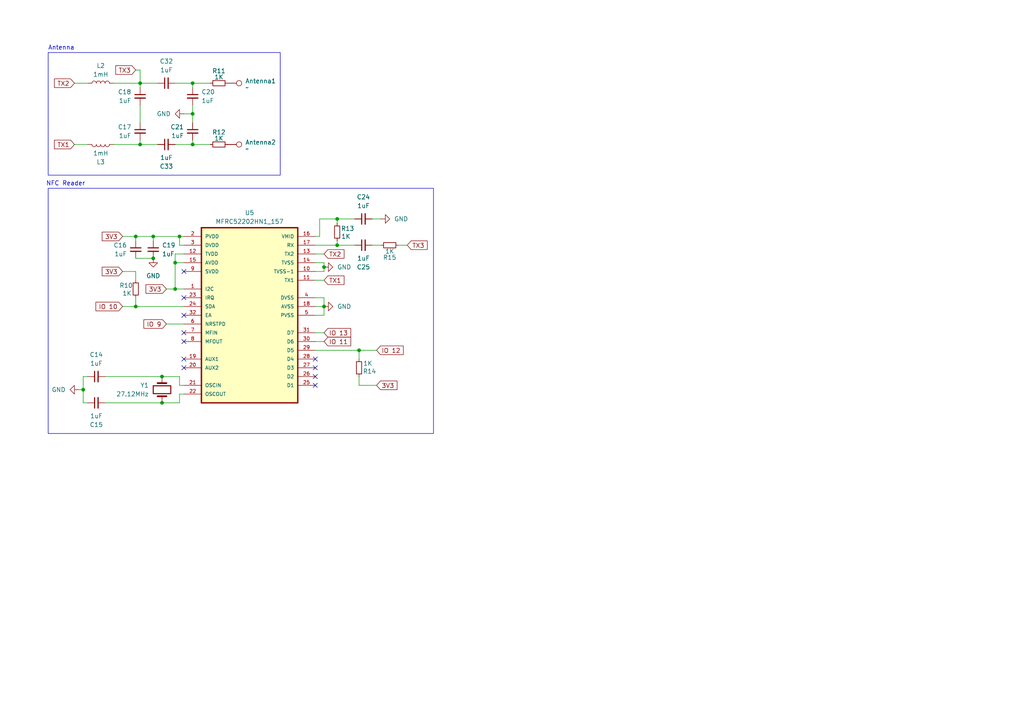
<source format=kicad_sch>
(kicad_sch (version 20250114) (generator "eeschema") (generator_version "9.0")
  (paper "A4")
  (title_block (title "NFC") (date "2025-02-25") (rev "1"))
  (lib_symbols
    (symbol "Connector:TestPoint" (pin_numbers (hide yes)) (pin_names (offset 0.762) (hide yes))
      (property "Reference" "TP" (at 0 6.858 0))
      (property "Value" "TestPoint" (at 0 5.08 0))
      (symbol "TestPoint_0_1"
        (circle (center 0 3.302) (radius 0.762))
      )
      (symbol "TestPoint_1_1"
        (pin passive line (at 0 0 90) (length 2.54) (name "1") (number "1"))
      )
    )
    (symbol "Device:C_Small" (pin_numbers (hide yes)) (pin_names (offset 0.254) (hide yes))
      (property "Reference" "C" (at 0.254 1.778 0))
      (property "Value" "C_Small" (at 0.254 -2.032 0))
      (symbol "C_Small_0_1"
        (polyline (pts (xy -1.524 0.508) (xy 1.524 0.508)) (stroke (width 0.3048)))
        (polyline (pts (xy -1.524 -0.508) (xy 1.524 -0.508)) (stroke (width 0.3302)))
      )
      (symbol "C_Small_1_1"
        (pin passive line (at 0 2.54 270) (length 2.032) (name "~") (number "1"))
        (pin passive line (at 0 -2.54 90) (length 2.032) (name "~") (number "2"))
      )
    )
    (symbol "Device:Crystal" (pin_numbers (hide yes)) (pin_names (offset 1.016) (hide yes))
      (property "Reference" "Y" (at 0 3.81 0))
      (property "Value" "Crystal" (at 0 -3.81 0))
      (symbol "Crystal_0_1"
        (polyline (pts (xy -2.54 0) (xy -1.905 0)))
        (polyline (pts (xy -1.905 -1.27) (xy -1.905 1.27)) (stroke (width 0.508)))
        (rectangle (start -1.143 2.54) (end 1.143 -2.54) (stroke (width 0.3048)))
        (polyline (pts (xy 1.905 -1.27) (xy 1.905 1.27)) (stroke (width 0.508)))
        (polyline (pts (xy 2.54 0) (xy 1.905 0)))
      )
      (symbol "Crystal_1_1"
        (pin passive line (at -3.81 0 0) (length 1.27) (name "1") (number "1"))
        (pin passive line (at 3.81 0 180) (length 1.27) (name "2") (number "2"))
      )
    )
    (symbol "Device:L" (pin_numbers (hide yes)) (pin_names (offset 1.016) (hide yes))
      (property "Reference" "L" (at -1.27 0 90))
      (property "Value" "L" (at 1.905 0 90))
      (symbol "L_0_1"
        (arc (start 0 2.54) (mid 0.6323 1.905) (end 0 1.27))
        (arc (start 0 1.27) (mid 0.6323 0.635) (end 0 0))
        (arc (start 0 0) (mid 0.6323 -0.635) (end 0 -1.27))
        (arc (start 0 -1.27) (mid 0.6323 -1.905) (end 0 -2.54))
      )
      (symbol "L_1_1"
        (pin passive line (at 0 3.81 270) (length 1.27) (name "1") (number "1"))
        (pin passive line (at 0 -3.81 90) (length 1.27) (name "2") (number "2"))
      )
    )
    (symbol "Device:R_Small" (pin_numbers (hide yes)) (pin_names (offset 0.254) (hide yes))
      (property "Reference" "R" (at 0.762 0.508 0))
      (property "Value" "R_Small" (at 0.762 -1.016 0))
      (symbol "R_Small_0_1"
        (rectangle (start -0.762 1.778) (end 0.762 -1.778) (stroke (width 0.2032)))
      )
      (symbol "R_Small_1_1"
        (pin passive line (at 0 2.54 270) (length 0.762) (name "~") (number "1"))
        (pin passive line (at 0 -2.54 90) (length 0.762) (name "~") (number "2"))
      )
    )
    (symbol "MFRC52202HN1_157_1" (pin_names (offset 1.016))
      (property "Reference" "U5" (at 0 38.608 0))
      (property "Value" "MFRC52202HN1_157" (at 0 36.068 0))
      (symbol "MFRC52202HN1_157_1_0_0"
        (rectangle (start -13.97 34.29) (end 13.97 -16.51) (stroke (width 0.41)) (fill (type background)))
        (pin power_in line (at -19.05 31.75 0) (length 5.08) (name "PVDD") (number "2"))
        (pin power_in line (at -19.05 29.21 0) (length 5.08) (name "DVDD") (number "3"))
        (pin power_in line (at -19.05 26.67 0) (length 5.08) (name "TVDD") (number "12"))
        (pin power_in line (at -19.05 24.13 0) (length 5.08) (name "AVDD") (number "15"))
        (pin power_in line (at -19.05 21.59 0) (length 5.08) (name "SVDD") (number "9"))
        (pin input line (at -19.05 16.51 0) (length 5.08) (name "I2C") (number "1"))
        (pin output line (at -19.05 13.97 0) (length 5.08) (name "IRQ") (number "23"))
        (pin bidirectional line (at -19.05 11.43 0) (length 5.08) (name "SDA") (number "24"))
        (pin input line (at -19.05 8.89 0) (length 5.08) (name "EA") (number "32"))
        (pin input line (at -19.05 6.35 0) (length 5.08) (name "NRSTPD") (number "6"))
        (pin input line (at -19.05 3.81 0) (length 5.08) (name "MFIN") (number "7"))
        (pin output line (at -19.05 1.27 0) (length 5.08) (name "MFOUT") (number "8"))
        (pin output line (at -19.05 -3.81 0) (length 5.08) (name "AUX1") (number "19"))
        (pin output line (at -19.05 -6.35 0) (length 5.08) (name "AUX2") (number "20"))
        (pin input line (at -19.05 -11.43 0) (length 5.08) (name "OSCIN") (number "21"))
        (pin output line (at -19.05 -13.97 0) (length 5.08) (name "OSCOUT") (number "22"))
        (pin power_in line (at 19.05 31.75 180) (length 5.08) (name "VMID") (number "16"))
        (pin input line (at 19.05 29.21 180) (length 5.08) (name "RX") (number "17"))
        (pin output line (at 19.05 26.67 180) (length 5.08) (name "TX2") (number "13"))
        (pin power_in line (at 19.05 24.13 180) (length 5.08) (name "TVSS") (number "14"))
        (pin power_in line (at 19.05 21.59 180) (length 5.08) (name "TVSS-1") (number "10"))
        (pin output line (at 19.05 19.05 180) (length 5.08) (name "TX1") (number "11"))
        (pin power_in line (at 19.05 13.97 180) (length 5.08) (name "DVSS") (number "4"))
        (pin power_in line (at 19.05 11.43 180) (length 5.08) (name "AVSS") (number "18"))
        (pin power_in line (at 19.05 8.89 180) (length 5.08) (name "PVSS") (number "5"))
        (pin bidirectional line (at 19.05 3.81 180) (length 5.08) (name "D7") (number "31"))
        (pin bidirectional line (at 19.05 1.27 180) (length 5.08) (name "D6") (number "30"))
        (pin bidirectional line (at 19.05 -1.27 180) (length 5.08) (name "D5") (number "29"))
        (pin bidirectional line (at 19.05 -3.81 180) (length 5.08) (name "D4") (number "28"))
        (pin bidirectional line (at 19.05 -6.35 180) (length 5.08) (name "D3") (number "27"))
        (pin bidirectional line (at 19.05 -8.89 180) (length 5.08) (name "D2") (number "26"))
        (pin bidirectional line (at 19.05 -11.43 180) (length 5.08) (name "D1") (number "25"))
      )
    )
    (symbol "power:GND" (power) (pin_numbers (hide yes)) (pin_names (offset 0) (hide yes))
      (property "Value" "GND" (at 0 -3.81 0))
      (symbol "GND_0_1"
        (polyline (pts (xy 0 0) (xy 0 -1.27) (xy 1.27 -1.27) (xy 0 -2.54) (xy -1.27 -1.27) (xy 0 -1.27)))
      )
      (symbol "GND_1_1"
        (pin power_in line (at 0 0 270) (length 0) (name "~") (number "1"))
      )
    )
  )
  (rectangle (start 13.97 15.24) (end 81.28 50.8))
  (rectangle (start 13.97 54.61) (end 125.73 125.73))
  (text "NFC Reader\n" (at 19.05 53.34 0) (effects (font (size 1.27 1.27))))
  (text "Antenna" (at 17.78 13.97 0) (effects (font (size 1.27 1.27))))
  (junction (at 46.99 109.22))
  (junction (at 93.98 77.47))
  (junction (at 46.99 116.84))
  (junction (at 104.14 101.6))
  (junction (at 44.45 68.58))
  (junction (at 50.8 76.2))
  (junction (at 39.37 68.58))
  (junction (at 52.07 68.58))
  (junction (at 97.79 71.12))
  (junction (at 40.64 24.13))
  (junction (at 50.8 83.82))
  (junction (at 39.37 88.9))
  (junction (at 97.79 63.5))
  (junction (at 55.88 24.13))
  (junction (at 24.13 113.03))
  (junction (at 40.64 41.91))
  (junction (at 55.88 41.91))
  (junction (at 44.45 74.93))
  (junction (at 55.88 33.02))
  (junction (at 93.98 88.9))
  (no_connect (at 53.34 78.74))
  (no_connect (at 53.34 96.52))
  (no_connect (at 53.34 86.36))
  (no_connect (at 53.34 106.68))
  (no_connect (at 53.34 91.44))
  (no_connect (at 91.44 106.68))
  (no_connect (at 91.44 104.14))
  (no_connect (at 91.44 109.22))
  (no_connect (at 53.34 99.06))
  (no_connect (at 91.44 111.76))
  (no_connect (at 53.34 104.14))
  (wire (pts (xy 91.44 88.9) (xy 93.98 88.9)))
  (wire (pts (xy 39.37 20.32) (xy 40.64 20.32)))
  (wire (pts (xy 33.02 41.91) (xy 40.64 41.91)))
  (wire (pts (xy 91.44 99.06) (xy 93.98 99.06)))
  (wire (pts (xy 39.37 78.74) (xy 39.37 81.28)))
  (wire (pts (xy 97.79 63.5) (xy 92.71 63.5)))
  (wire (pts (xy 39.37 69.85) (xy 39.37 68.58)))
  (wire (pts (xy 52.07 114.3) (xy 53.34 114.3)))
  (wire (pts (xy 48.26 93.98) (xy 53.34 93.98)))
  (wire (pts (xy 40.64 30.48) (xy 40.64 35.56)))
  (wire (pts (xy 97.79 63.5) (xy 102.87 63.5)))
  (wire (pts (xy 35.56 78.74) (xy 39.37 78.74)))
  (wire (pts (xy 91.44 78.74) (xy 93.98 78.74)))
  (wire (pts (xy 104.14 111.76) (xy 104.14 109.22)))
  (wire (pts (xy 93.98 91.44) (xy 91.44 91.44)))
  (wire (pts (xy 55.88 24.13) (xy 50.8 24.13)))
  (wire (pts (xy 50.8 76.2) (xy 50.8 83.82)))
  (wire (pts (xy 46.99 109.22) (xy 52.07 109.22)))
  (wire (pts (xy 93.98 76.2) (xy 93.98 77.47)))
  (wire (pts (xy 91.44 101.6) (xy 104.14 101.6)))
  (wire (pts (xy 40.64 24.13) (xy 40.64 25.4)))
  (wire (pts (xy 24.13 109.22) (xy 25.4 109.22)))
  (wire (pts (xy 50.8 41.91) (xy 55.88 41.91)))
  (wire (pts (xy 39.37 88.9) (xy 53.34 88.9)))
  (wire (pts (xy 30.48 116.84) (xy 46.99 116.84)))
  (wire (pts (xy 93.98 77.47) (xy 93.98 78.74)))
  (wire (pts (xy 33.02 24.13) (xy 40.64 24.13)))
  (wire (pts (xy 92.71 68.58) (xy 91.44 68.58)))
  (wire (pts (xy 46.99 116.84) (xy 52.07 116.84)))
  (wire (pts (xy 104.14 104.14) (xy 104.14 101.6)))
  (wire (pts (xy 107.95 63.5) (xy 110.49 63.5)))
  (wire (pts (xy 52.07 71.12) (xy 52.07 68.58)))
  (wire (pts (xy 44.45 68.58) (xy 52.07 68.58)))
  (wire (pts (xy 39.37 68.58) (xy 44.45 68.58)))
  (wire (pts (xy 55.88 24.13) (xy 60.96 24.13)))
  (wire (pts (xy 97.79 71.12) (xy 102.87 71.12)))
  (wire (pts (xy 104.14 101.6) (xy 109.22 101.6)))
  (wire (pts (xy 91.44 73.66) (xy 93.98 73.66)))
  (wire (pts (xy 97.79 69.85) (xy 97.79 71.12)))
  (wire (pts (xy 24.13 116.84) (xy 25.4 116.84)))
  (wire (pts (xy 40.64 20.32) (xy 40.64 24.13)))
  (wire (pts (xy 40.64 41.91) (xy 45.72 41.91)))
  (wire (pts (xy 21.59 41.91) (xy 25.4 41.91)))
  (wire (pts (xy 55.88 25.4) (xy 55.88 24.13)))
  (wire (pts (xy 91.44 81.28) (xy 93.98 81.28)))
  (wire (pts (xy 44.45 69.85) (xy 44.45 68.58)))
  (wire (pts (xy 97.79 64.77) (xy 97.79 63.5)))
  (wire (pts (xy 107.95 71.12) (xy 110.49 71.12)))
  (wire (pts (xy 53.34 71.12) (xy 52.07 71.12)))
  (wire (pts (xy 55.88 41.91) (xy 60.96 41.91)))
  (wire (pts (xy 53.34 111.76) (xy 52.07 111.76)))
  (wire (pts (xy 55.88 33.02) (xy 55.88 35.56)))
  (wire (pts (xy 24.13 113.03) (xy 24.13 109.22)))
  (wire (pts (xy 93.98 88.9) (xy 93.98 91.44)))
  (wire (pts (xy 30.48 109.22) (xy 46.99 109.22)))
  (wire (pts (xy 91.44 71.12) (xy 97.79 71.12)))
  (wire (pts (xy 104.14 111.76) (xy 109.22 111.76)))
  (wire (pts (xy 50.8 83.82) (xy 53.34 83.82)))
  (wire (pts (xy 92.71 63.5) (xy 92.71 68.58)))
  (wire (pts (xy 39.37 86.36) (xy 39.37 88.9)))
  (wire (pts (xy 52.07 68.58) (xy 53.34 68.58)))
  (wire (pts (xy 40.64 24.13) (xy 45.72 24.13)))
  (wire (pts (xy 53.34 73.66) (xy 50.8 73.66)))
  (wire (pts (xy 52.07 116.84) (xy 52.07 114.3)))
  (wire (pts (xy 50.8 76.2) (xy 53.34 76.2)))
  (wire (pts (xy 53.34 33.02) (xy 55.88 33.02)))
  (wire (pts (xy 93.98 76.2) (xy 91.44 76.2)))
  (wire (pts (xy 48.26 83.82) (xy 50.8 83.82)))
  (wire (pts (xy 91.44 86.36) (xy 93.98 86.36)))
  (wire (pts (xy 35.56 88.9) (xy 39.37 88.9)))
  (wire (pts (xy 91.44 96.52) (xy 93.98 96.52)))
  (wire (pts (xy 22.86 113.03) (xy 24.13 113.03)))
  (wire (pts (xy 24.13 116.84) (xy 24.13 113.03)))
  (wire (pts (xy 21.59 24.13) (xy 25.4 24.13)))
  (wire (pts (xy 115.57 71.12) (xy 118.11 71.12)))
  (wire (pts (xy 55.88 41.91) (xy 55.88 40.64)))
  (wire (pts (xy 35.56 68.58) (xy 39.37 68.58)))
  (wire (pts (xy 50.8 73.66) (xy 50.8 76.2)))
  (wire (pts (xy 55.88 30.48) (xy 55.88 33.02)))
  (wire (pts (xy 52.07 111.76) (xy 52.07 109.22)))
  (wire (pts (xy 40.64 41.91) (xy 40.64 40.64)))
  (wire (pts (xy 93.98 86.36) (xy 93.98 88.9)))
  (wire (pts (xy 39.37 74.93) (xy 44.45 74.93)))
  (global_label "TX2" (shape input) (at 93.98 73.66 0) (property "Intersheetrefs" "${INTERSHEET_REFS}" (effects (hide yes))))
  (global_label "TX3" (shape input) (at 118.11 71.12 0) (property "Intersheetrefs" "${INTERSHEET_REFS}" (effects (hide yes))))
  (global_label "TX1" (shape input) (at 93.98 81.28 0) (property "Intersheetrefs" "${INTERSHEET_REFS}" (effects (hide yes))))
  (global_label "3V3" (shape input) (at 48.26 83.82 180) (property "Intersheetrefs" "${INTERSHEET_REFS}" (effects (hide yes))))
  (global_label "3V3" (shape input) (at 109.22 111.76 0) (property "Intersheetrefs" "${INTERSHEET_REFS}" (effects (hide yes))))
  (global_label "3V3" (shape input) (at 35.56 78.74 180) (property "Intersheetrefs" "${INTERSHEET_REFS}" (effects (hide yes))))
  (global_label "IO 11" (shape input) (at 93.98 99.06 0) (property "Intersheetrefs" "${INTERSHEET_REFS}" (effects (hide yes))))
  (global_label "IO 10" (shape input) (at 35.56 88.9 180) (property "Intersheetrefs" "${INTERSHEET_REFS}" (effects (hide yes))))
  (global_label "3V3" (shape input) (at 35.56 68.58 180) (property "Intersheetrefs" "${INTERSHEET_REFS}" (effects (hide yes))))
  (global_label "IO 12" (shape input) (at 109.22 101.6 0) (property "Intersheetrefs" "${INTERSHEET_REFS}" (effects (hide yes))))
  (global_label "IO 9" (shape input) (at 48.26 93.98 180) (property "Intersheetrefs" "${INTERSHEET_REFS}" (effects (hide yes))))
  (global_label "TX1" (shape input) (at 21.59 41.91 180) (property "Intersheetrefs" "${INTERSHEET_REFS}" (effects (hide yes))))
  (global_label "IO 13" (shape input) (at 93.98 96.52 0) (property "Intersheetrefs" "${INTERSHEET_REFS}" (effects (hide yes))))
  (global_label "TX2" (shape input) (at 21.59 24.13 180) (property "Intersheetrefs" "${INTERSHEET_REFS}" (effects (hide yes))))
  (global_label "TX3" (shape input) (at 39.37 20.32 180) (property "Intersheetrefs" "${INTERSHEET_REFS}" (effects (hide yes))))
  (symbol (lib_id "Device:C_Small") (at 40.64 27.94 0) (mirror y) (unit 1)
    (property "Reference" "C18" (at 38.1 26.6762 0) (effects (justify left)))
    (property "Value" "1uF" (at 38.1 29.2162 0) (effects (justify left)))
    (property "Footprint" "Capacitor_SMD:C_0603_1608Metric" (effects (hide yes)))
    (property "Description" "Unpolarized capacitor, small symbol" (effects (hide yes)))
  )
  (symbol (lib_id "Device:R_Small") (at 63.5 24.13 270) (mirror x) (unit 1)
    (property "Reference" "R11" (at 63.5 20.574 90))
    (property "Value" "1K" (at 63.5 22.352 90))
    (property "Footprint" "Resistor_SMD:R_0603_1608Metric" (effects (hide yes)))
    (property "Description" "Resistor, small symbol" (effects (hide yes)))
  )
  (symbol (lib_id "power:GND") (at 44.45 74.93 0) (unit 1)
    (property "Reference" "#PWR023" (effects (hide yes)))
    (property "Value" "GND" (at 44.45 80.01 0))
    (property "Description" "Power symbol creates a global label with name \"GND\" , ground" (effects (hide yes)))
  )
  (symbol (lib_id "power:GND") (at 110.49 63.5 90) (unit 1)
    (property "Reference" "#PWR027" (effects (hide yes)))
    (property "Value" "GND" (at 114.3 63.4999 90) (effects (justify right)))
    (property "Description" "Power symbol creates a global label with name \"GND\" , ground" (effects (hide yes)))
  )
  (symbol (lib_id "Device:L") (at 29.21 41.91 90) (mirror x) (unit 1)
    (property "Reference" "L3" (at 29.21 46.99 90))
    (property "Value" "1mH" (at 29.21 44.45 90))
    (property "Footprint" "Inductor_SMD:L_0603_1608Metric" (effects (hide yes)))
    (property "Description" "Inductor" (effects (hide yes)))
  )
  (symbol (lib_id "Device:L") (at 29.21 24.13 90) (unit 1)
    (property "Reference" "L2" (at 29.21 19.05 90))
    (property "Value" "1mH" (at 29.21 21.59 90))
    (property "Footprint" "Inductor_SMD:L_0603_1608Metric" (effects (hide yes)))
    (property "Description" "Inductor" (effects (hide yes)))
  )
  (symbol (lib_id "Device:C_Small") (at 40.64 38.1 0) (mirror y) (unit 1)
    (property "Reference" "C17" (at 38.1 36.8362 0) (effects (justify left)))
    (property "Value" "1uF" (at 38.1 39.3762 0) (effects (justify left)))
    (property "Footprint" "Capacitor_SMD:C_0603_1608Metric" (effects (hide yes)))
    (property "Description" "Unpolarized capacitor, small symbol" (effects (hide yes)))
  )
  (symbol (lib_id "Connector:TestPoint") (at 66.04 24.13 270) (unit 1)
    (property "Reference" "Antenna1" (at 71.12 23.4949 90) (effects (justify left)))
    (property "Value" "~" (at 71.12 25.4 90) (effects (justify left)))
    (property "Footprint" "TestPoint:TestPoint_Pad_D4.0mm" (effects (hide yes)))
    (property "Description" "test point" (effects (hide yes)))
  )
  (symbol (lib_id "power:GND") (at 93.98 88.9 90) (unit 1)
    (property "Reference" "#PWR026" (effects (hide yes)))
    (property "Value" "GND" (at 97.79 88.8999 90) (effects (justify right)))
    (property "Description" "Power symbol creates a global label with name \"GND\" , ground" (effects (hide yes)))
  )
  (symbol (lib_id "Device:C_Small") (at 55.88 38.1 0) (mirror y) (unit 1)
    (property "Reference" "C21" (at 53.34 36.8362 0) (effects (justify left)))
    (property "Value" "1uF" (at 53.34 39.3762 0) (effects (justify left)))
    (property "Footprint" "Capacitor_SMD:C_0603_1608Metric" (effects (hide yes)))
    (property "Description" "Unpolarized capacitor, small symbol" (effects (hide yes)))
  )
  (symbol (lib_id "Device:C_Small") (at 105.41 63.5 90) (unit 1)
    (property "Reference" "C24" (at 105.4163 57.15 90))
    (property "Value" "1uF" (at 105.4163 59.69 90))
    (property "Footprint" "Capacitor_SMD:C_0603_1608Metric" (effects (hide yes)))
    (property "Description" "Unpolarized capacitor, small symbol" (effects (hide yes)))
  )
  (symbol (lib_name "MFRC52202HN1_157_1") (lib_id "MFRC52202HN1_157:MFRC52202HN1_157") (at 72.39 100.33 0) (unit 1)
    (property "Reference" "U5" (at 72.39 61.722 0))
    (property "Value" "MFRC52202HN1_157" (at 72.39 64.262 0))
    (property "Footprint" "Footprints:IC_PCAL9722HNMP" (effects (hide yes)))
    (property "Datasheet" "${KIPRJMOD}/Datasheets/MFRC52202HN1,157.pdf" (effects (hide yes)))
    (property "MF" "NXP USA" (effects (hide yes)))
    (property "Description_1" "\n                        \n                            RFID Reader IC 13.56MHz ISO 14443, MIFARE I2C, SPI, UART 2.5V ~ 3.3V 32-VFQFN Exposed Pad\n                        \n" (effects (hide yes)))
    (property "Package" "VFQFN-32 NXP Semiconductors" (effects (hide yes)))
    (property "Price" "None" (effects (hide yes)))
    (property "Check_prices" "https://www.snapeda.com/parts/MFRC52202HN1,157/NXP+Semiconductors/view-part/?ref=eda" (effects (hide yes)))
    (property "SnapEDA_Link" "https://www.snapeda.com/parts/MFRC52202HN1,157/NXP+Semiconductors/view-part/?ref=snap" (effects (hide yes)))
    (property "MP" "MFRC52202HN1,157" (effects (hide yes)))
    (property "Availability" "In Stock" (effects (hide yes)))
    (property "Manufacturer" "NXP USA" (effects (hide yes)))
  )
  (symbol (lib_id "Device:R_Small") (at 97.79 67.31 0) (mirror x) (unit 1)
    (property "Reference" "R13" (at 100.838 66.294 0))
    (property "Value" "1K" (at 100.33 68.58 0))
    (property "Footprint" "Resistor_SMD:R_0603_1608Metric" (effects (hide yes)))
    (property "Description" "Resistor, small symbol" (effects (hide yes)))
  )
  (symbol (lib_id "Device:C_Small") (at 39.37 72.39 0) (mirror y) (unit 1)
    (property "Reference" "C16" (at 36.83 71.1262 0) (effects (justify left)))
    (property "Value" "1uF" (at 36.83 73.6662 0) (effects (justify left)))
    (property "Footprint" "Capacitor_SMD:C_0603_1608Metric" (effects (hide yes)))
    (property "Description" "Unpolarized capacitor, small symbol" (effects (hide yes)))
  )
  (symbol (lib_id "Device:C_Small") (at 105.41 71.12 90) (mirror x) (unit 1)
    (property "Reference" "C25" (at 105.4163 77.47 90))
    (property "Value" "1uF" (at 105.4163 74.93 90))
    (property "Footprint" "Capacitor_SMD:C_0603_1608Metric" (effects (hide yes)))
    (property "Description" "Unpolarized capacitor, small symbol" (effects (hide yes)))
  )
  (symbol (lib_id "power:GND") (at 93.98 77.47 90) (unit 1)
    (property "Reference" "#PWR025" (effects (hide yes)))
    (property "Value" "GND" (at 97.79 77.4699 90) (effects (justify right)))
    (property "Description" "Power symbol creates a global label with name \"GND\" , ground" (effects (hide yes)))
  )
  (symbol (lib_id "Device:R_Small") (at 104.14 106.68 0) (unit 1)
    (property "Reference" "R14" (at 107.188 107.696 0))
    (property "Value" "1K" (at 106.68 105.41 0))
    (property "Footprint" "Resistor_SMD:R_0603_1608Metric" (effects (hide yes)))
    (property "Description" "Resistor, small symbol" (effects (hide yes)))
  )
  (symbol (lib_id "Device:C_Small") (at 27.94 109.22 90) (unit 1)
    (property "Reference" "C14" (at 27.9463 102.87 90))
    (property "Value" "1uF" (at 27.9463 105.41 90))
    (property "Footprint" "Capacitor_SMD:C_0603_1608Metric" (effects (hide yes)))
    (property "Description" "Unpolarized capacitor, small symbol" (effects (hide yes)))
  )
  (symbol (lib_id "Device:C_Small") (at 48.26 41.91 90) (mirror x) (unit 1)
    (property "Reference" "C33" (at 48.2663 48.26 90))
    (property "Value" "1uF" (at 48.2663 45.72 90))
    (property "Footprint" "Capacitor_SMD:C_0603_1608Metric" (effects (hide yes)))
    (property "Description" "Unpolarized capacitor, small symbol" (effects (hide yes)))
  )
  (symbol (lib_id "Connector:TestPoint") (at 66.04 41.91 270) (unit 1)
    (property "Reference" "Antenna2" (at 71.12 41.2749 90) (effects (justify left)))
    (property "Value" "~" (at 71.12 43.18 90) (effects (justify left)))
    (property "Footprint" "TestPoint:TestPoint_Pad_D4.0mm" (effects (hide yes)))
    (property "Description" "test point" (effects (hide yes)))
  )
  (symbol (lib_id "Device:C_Small") (at 27.94 116.84 90) (mirror x) (unit 1)
    (property "Reference" "C15" (at 27.9463 123.19 90))
    (property "Value" "1uF" (at 27.9463 120.65 90))
    (property "Footprint" "Capacitor_SMD:C_0603_1608Metric" (effects (hide yes)))
    (property "Description" "Unpolarized capacitor, small symbol" (effects (hide yes)))
  )
  (symbol (lib_id "Device:C_Small") (at 55.88 27.94 0) (unit 1)
    (property "Reference" "C20" (at 58.42 26.6762 0) (effects (justify left)))
    (property "Value" "1uF" (at 58.42 29.2162 0) (effects (justify left)))
    (property "Footprint" "Capacitor_SMD:C_0603_1608Metric" (effects (hide yes)))
    (property "Description" "Unpolarized capacitor, small symbol" (effects (hide yes)))
  )
  (symbol (lib_id "Device:Crystal") (at 46.99 113.03 270) (unit 1)
    (property "Reference" "Y1" (at 43.18 111.7599 90) (effects (justify right)))
    (property "Value" "27.12MHz" (at 43.18 114.2999 90) (effects (justify right)))
    (property "Footprint" "Crystal:Crystal_HC18-U_Vertical" (effects (hide yes)))
    (property "Description" "Two pin crystal" (effects (hide yes)))
  )
  (symbol (lib_id "power:GND") (at 53.34 33.02 270) (unit 1)
    (property "Reference" "#PWR024" (effects (hide yes)))
    (property "Value" "GND" (at 49.53 33.0199 90) (effects (justify right)))
    (property "Description" "Power symbol creates a global label with name \"GND\" , ground" (effects (hide yes)))
  )
  (symbol (lib_id "Device:C_Small") (at 44.45 72.39 0) (unit 1)
    (property "Reference" "C19" (at 46.99 71.1262 0) (effects (justify left)))
    (property "Value" "1uF" (at 46.99 73.6662 0) (effects (justify left)))
    (property "Footprint" "Capacitor_SMD:C_0603_1608Metric" (effects (hide yes)))
    (property "Description" "Unpolarized capacitor, small symbol" (effects (hide yes)))
  )
  (symbol (lib_id "power:GND") (at 22.86 113.03 270) (unit 1)
    (property "Reference" "#PWR022" (effects (hide yes)))
    (property "Value" "GND" (at 19.05 113.0299 90) (effects (justify right)))
    (property "Description" "Power symbol creates a global label with name \"GND\" , ground" (effects (hide yes)))
  )
  (symbol (lib_id "Device:R_Small") (at 63.5 41.91 270) (mirror x) (unit 1)
    (property "Reference" "R12" (at 63.5 38.354 90))
    (property "Value" "1K" (at 63.5 40.132 90))
    (property "Footprint" "Resistor_SMD:R_0603_1608Metric" (effects (hide yes)))
    (property "Description" "Resistor, small symbol" (effects (hide yes)))
  )
  (symbol (lib_id "Device:C_Small") (at 48.26 24.13 90) (unit 1)
    (property "Reference" "C32" (at 48.2663 17.78 90))
    (property "Value" "1uF" (at 48.2663 20.32 90))
    (property "Footprint" "Capacitor_SMD:C_0603_1608Metric" (effects (hide yes)))
    (property "Description" "Unpolarized capacitor, small symbol" (effects (hide yes)))
  )
  (symbol (lib_id "Device:R_Small") (at 113.03 71.12 270) (unit 1)
    (property "Reference" "R15" (at 113.03 74.676 90))
    (property "Value" "1K" (at 113.03 72.898 90))
    (property "Footprint" "Resistor_SMD:R_0603_1608Metric" (effects (hide yes)))
    (property "Description" "Resistor, small symbol" (effects (hide yes)))
  )
  (symbol (lib_id "Device:R_Small") (at 39.37 83.82 180) (unit 1)
    (property "Reference" "R10" (at 36.576 82.804 0))
    (property "Value" "1K" (at 36.83 85.09 0))
    (property "Footprint" "Resistor_SMD:R_0603_1608Metric" (effects (hide yes)))
    (property "Description" "Resistor, small symbol" (effects (hide yes)))
  )
)
</source>
